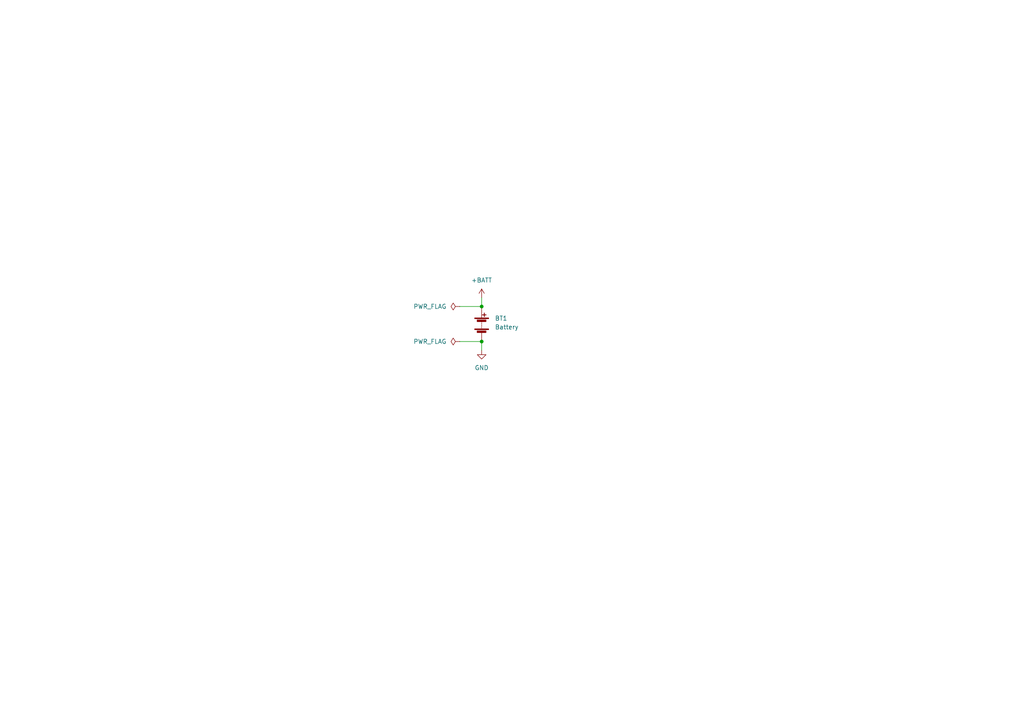
<source format=kicad_sch>
(kicad_sch (version 20211123) (generator eeschema)
  (paper "A4")
  (lib_symbols
    (symbol "Device:Battery" (pin_numbers hide) (pin_names (offset 0) hide)
      (property "Reference" "BT" (at 2.54 2.54 0))
      (property "Value" "Battery" (at 2.54 0 0))
      (symbol "Battery_0_1"
        (rectangle (start -2.032 -1.397) (end 2.032 -1.651) (fill (type outline)))
        (rectangle (start -2.032 1.778) (end 2.032 1.524) (fill (type outline)))
        (rectangle (start -1.3208 -1.9812) (end 1.27 -2.4892) (fill (type outline)))
        (rectangle (start -1.3208 1.1938) (end 1.27 0.6858) (fill (type outline)))
        (polyline (pts (xy 0 -1.524) (xy 0 -1.27)))
        (polyline (pts (xy 0 -1.016) (xy 0 -0.762)))
        (polyline (pts (xy 0 -0.508) (xy 0 -0.254)))
        (polyline (pts (xy 0 0) (xy 0 0.254)))
        (polyline (pts (xy 0 0.508) (xy 0 0.762)))
        (polyline (pts (xy 0 1.778) (xy 0 2.54)))
        (polyline (pts (xy 0.254 2.667) (xy 1.27 2.667)) (stroke (width 0.254)))
        (polyline (pts (xy 0.762 3.175) (xy 0.762 2.159)) (stroke (width 0.254)))
      )
      (symbol "Battery_1_1"
        (pin passive line (at 0 5.08 270) (length 2.54) (name "+") (number "1"))
        (pin passive line (at 0 -5.08 90) (length 2.54) (name "-") (number "2"))
      )
    )
    (symbol "power:+BATT" (power) (pin_names (offset 0))
      (property "Value" "+BATT" (at 0 3.556 0))
      (symbol "+BATT_0_1"
        (polyline (pts (xy -0.762 1.27) (xy 0 2.54)))
        (polyline (pts (xy 0 0) (xy 0 2.54)))
        (polyline (pts (xy 0 2.54) (xy 0.762 1.27)))
      )
      (symbol "+BATT_1_1"
        (pin power_in line (at 0 0 90) (length 0) hide (name "+BATT") (number "1"))
      )
    )
    (symbol "power:GND" (power) (pin_names (offset 0))
      (property "Value" "GND" (at 0 -3.81 0))
      (symbol "GND_0_1"
        (polyline (pts (xy 0 0) (xy 0 -1.27) (xy 1.27 -1.27) (xy 0 -2.54) (xy -1.27 -1.27) (xy 0 -1.27)))
      )
      (symbol "GND_1_1"
        (pin power_in line (at 0 0 270) (length 0) hide (name "GND") (number "1"))
      )
    )
    (symbol "power:PWR_FLAG" (power) (pin_numbers hide) (pin_names (offset 0) hide)
      (property "Value" "PWR_FLAG" (at 0 3.81 0))
      (symbol "PWR_FLAG_0_0"
        (pin power_out line (at 0 0 90) (length 0) (name "pwr") (number "1"))
      )
      (symbol "PWR_FLAG_0_1"
        (polyline (pts (xy 0 0) (xy 0 1.27) (xy -1.016 1.905) (xy 0 2.54) (xy 1.016 1.905) (xy 0 1.27)))
      )
    )
  )
  (junction (at 139.7 88.9))
  (junction (at 139.7 99.06))
  (wire (pts (xy 139.7 86.36) (xy 139.7 88.9)))
  (wire (pts (xy 139.7 99.06) (xy 139.7 101.6)))
  (wire (pts (xy 133.35 88.9) (xy 139.7 88.9)))
  (wire (pts (xy 133.35 99.06) (xy 139.7 99.06)))
  (symbol (lib_id "power:PWR_FLAG") (at 133.35 99.06 90) (unit 1)
    (property "Reference" "#FLG0102" (effects hide))
    (property "Value" "PWR_FLAG" (at 129.54 99.0599 90) (effects (justify left)))
  )
  (symbol (lib_id "power:PWR_FLAG") (at 133.35 88.9 90) (unit 1)
    (property "Reference" "#FLG0101" (effects hide))
    (property "Value" "PWR_FLAG" (at 129.54 88.8999 90) (effects (justify left)))
  )
  (symbol (lib_id "power:+BATT") (at 139.7 86.36 0) (unit 1)
    (property "Reference" "#PWR0102" (effects hide))
    (property "Value" "+BATT" (at 139.7 81.28 0))
  )
  (symbol (lib_id "power:GND") (at 139.7 101.6 0) (unit 1)
    (property "Reference" "#PWR0103" (effects hide))
  )
  (symbol (lib_id "Device:Battery") (at 139.7 93.98 0) (unit 1) (in_bom no) (on_board no)
    (property "Reference" "BT1" (at 143.51 92.3289 0) (effects (justify left)))
    (property "Value" "Battery" (at 143.51 94.8689 0) (effects (justify left)))
  )
)
</source>
